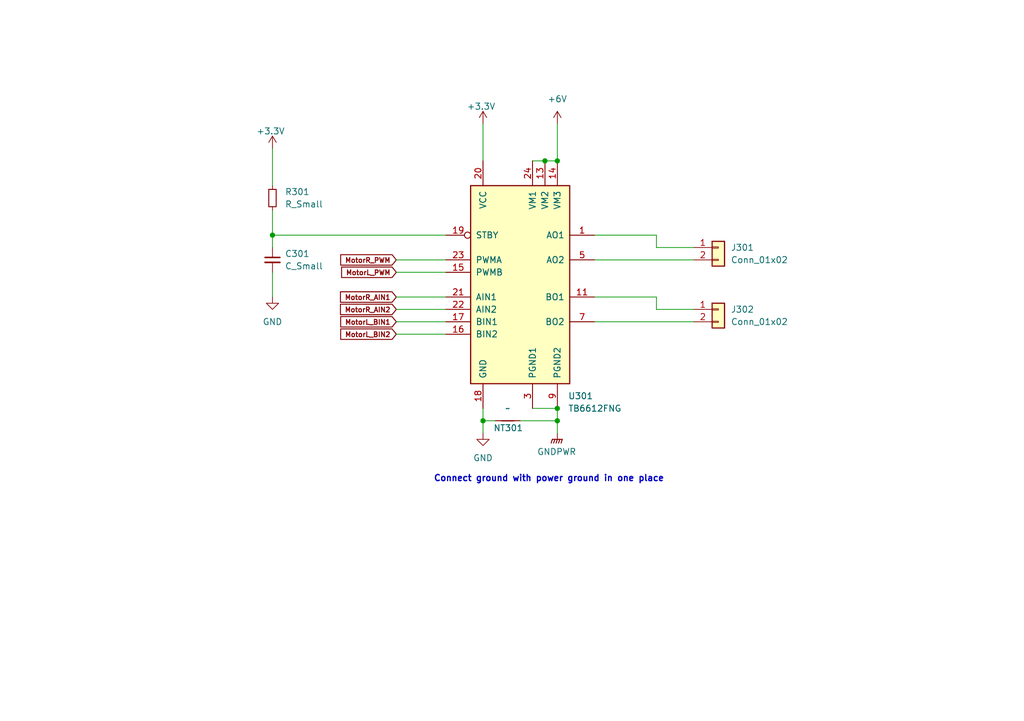
<source format=kicad_sch>
(kicad_sch (version 20230121) (generator eeschema)
  (paper "A5")
  (lib_symbols
    (symbol "Connector_Generic:Conn_01x02" (pin_names (offset 1.016) hide)
      (property "Reference" "J" (at 0 2.54 0))
      (property "Value" "Conn_01x02" (at 0 -5.08 0))
      (symbol "Conn_01x02_1_1"
        (rectangle (start -1.27 -2.413) (end 0 -2.667) (stroke (width 0.1524)))
        (rectangle (start -1.27 0.127) (end 0 -0.127) (stroke (width 0.1524)))
        (rectangle (start -1.27 1.27) (end 1.27 -3.81) (stroke (width 0.254)) (fill (type background)))
        (pin passive line (at -5.08 0 0) (length 3.81) (name "Pin_1") (number "1"))
        (pin passive line (at -5.08 -2.54 0) (length 3.81) (name "Pin_2") (number "2"))
      )
    )
    (symbol "Device:C_Small" (pin_numbers hide) (pin_names (offset 0.254) hide)
      (property "Reference" "C" (at 0.254 1.778 0))
      (property "Value" "C_Small" (at 0.254 -2.032 0))
      (symbol "C_Small_0_1"
        (polyline (pts (xy -1.524 -0.508) (xy 1.524 -0.508)) (stroke (width 0.3302)))
        (polyline (pts (xy -1.524 0.508) (xy 1.524 0.508)) (stroke (width 0.3048)))
      )
      (symbol "C_Small_1_1"
        (pin passive line (at 0 2.54 270) (length 2.032) (name "~") (number "1"))
        (pin passive line (at 0 -2.54 90) (length 2.032) (name "~") (number "2"))
      )
    )
    (symbol "Device:NetTie_2" (pin_numbers hide) (pin_names (offset 0) hide) (in_bom no)
      (property "Reference" "NT" (at 0 1.27 0))
      (property "Value" "NetTie_2" (at 0 -1.27 0))
      (symbol "NetTie_2_0_1"
        (polyline (pts (xy -1.27 0) (xy 1.27 0)) (stroke (width 0.254)))
      )
      (symbol "NetTie_2_1_1"
        (pin passive line (at -2.54 0 0) (length 2.54) (name "1") (number "1"))
        (pin passive line (at 2.54 0 180) (length 2.54) (name "2") (number "2"))
      )
    )
    (symbol "Device:R_Small" (pin_numbers hide) (pin_names (offset 0.254) hide)
      (property "Reference" "R" (at 0.762 0.508 0))
      (property "Value" "R_Small" (at 0.762 -1.016 0))
      (symbol "R_Small_0_1"
        (rectangle (start -0.762 1.778) (end 0.762 -1.778) (stroke (width 0.2032)))
      )
      (symbol "R_Small_1_1"
        (pin passive line (at 0 2.54 270) (length 0.762) (name "~") (number "1"))
        (pin passive line (at 0 -2.54 90) (length 0.762) (name "~") (number "2"))
      )
    )
    (symbol "Driver_Motor:TB6612FNG" (pin_names (offset 1.016))
      (property "Reference" "U" (at 11.43 17.78 0))
      (property "Value" "TB6612FNG" (at 11.43 15.24 0))
      (symbol "TB6612FNG_0_1"
        (rectangle (start -10.16 20.32) (end 10.16 -20.32) (stroke (width 0.254)) (fill (type background)))
      )
      (symbol "TB6612FNG_1_1"
        (pin output line (at 15.24 10.16 180) (length 5.08) (name "AO1") (number "1"))
        (pin passive line (at 7.62 -25.4 90) (length 5.08) hide (name "PGND2") (number "10"))
        (pin output line (at 15.24 -2.54 180) (length 5.08) (name "BO1") (number "11"))
        (pin passive line (at 15.24 -2.54 180) (length 5.08) hide (name "BO1") (number "12"))
        (pin power_in line (at 5.08 25.4 270) (length 5.08) (name "VM2") (number "13"))
        (pin power_in line (at 7.62 25.4 270) (length 5.08) (name "VM3") (number "14"))
        (pin input line (at -15.24 2.54 0) (length 5.08) (name "PWMB") (number "15"))
        (pin input line (at -15.24 -10.16 0) (length 5.08) (name "BIN2") (number "16"))
        (pin input line (at -15.24 -7.62 0) (length 5.08) (name "BIN1") (number "17"))
        (pin power_in line (at -7.62 -25.4 90) (length 5.08) (name "GND") (number "18"))
        (pin input inverted (at -15.24 10.16 0) (length 5.08) (name "STBY") (number "19"))
        (pin passive line (at 15.24 10.16 180) (length 5.08) hide (name "AO1") (number "2"))
        (pin power_in line (at -7.62 25.4 270) (length 5.08) (name "VCC") (number "20"))
        (pin input line (at -15.24 -2.54 0) (length 5.08) (name "AIN1") (number "21"))
        (pin input line (at -15.24 -5.08 0) (length 5.08) (name "AIN2") (number "22"))
        (pin input line (at -15.24 5.08 0) (length 5.08) (name "PWMA") (number "23"))
        (pin power_in line (at 2.54 25.4 270) (length 5.08) (name "VM1") (number "24"))
        (pin power_in line (at 2.54 -25.4 90) (length 5.08) (name "PGND1") (number "3"))
        (pin passive line (at 2.54 -25.4 90) (length 5.08) hide (name "PGND1") (number "4"))
        (pin output line (at 15.24 5.08 180) (length 5.08) (name "AO2") (number "5"))
        (pin passive line (at 15.24 5.08 180) (length 5.08) hide (name "AO2") (number "6"))
        (pin output line (at 15.24 -7.62 180) (length 5.08) (name "BO2") (number "7"))
        (pin passive line (at 15.24 -7.62 180) (length 5.08) hide (name "BO2") (number "8"))
        (pin power_in line (at 7.62 -25.4 90) (length 5.08) (name "PGND2") (number "9"))
      )
    )
    (symbol "power:+3.3V" (power) (pin_names (offset 0))
      (property "Value" "+3.3V" (at 0 3.556 0))
      (symbol "+3.3V_0_1"
        (polyline (pts (xy -0.762 1.27) (xy 0 2.54)))
        (polyline (pts (xy 0 0) (xy 0 2.54)))
        (polyline (pts (xy 0 2.54) (xy 0.762 1.27)))
      )
      (symbol "+3.3V_1_1"
        (pin power_in line (at 0 0 90) (length 0) hide (name "+3.3V") (number "1"))
      )
    )
    (symbol "power:+6V" (power) (pin_names (offset 0))
      (property "Value" "+6V" (at 0 3.556 0))
      (symbol "+6V_0_1"
        (polyline (pts (xy -0.762 1.27) (xy 0 2.54)))
        (polyline (pts (xy 0 0) (xy 0 2.54)))
        (polyline (pts (xy 0 2.54) (xy 0.762 1.27)))
      )
      (symbol "+6V_1_1"
        (pin power_in line (at 0 0 90) (length 0) hide (name "+6V") (number "1"))
      )
    )
    (symbol "power:GND" (power) (pin_names (offset 0))
      (property "Value" "GND" (at 0 -3.81 0))
      (symbol "GND_0_1"
        (polyline (pts (xy 0 0) (xy 0 -1.27) (xy 1.27 -1.27) (xy 0 -2.54) (xy -1.27 -1.27) (xy 0 -1.27)))
      )
      (symbol "GND_1_1"
        (pin power_in line (at 0 0 270) (length 0) hide (name "GND") (number "1"))
      )
    )
    (symbol "power:GNDPWR" (power) (pin_names (offset 0))
      (property "Value" "GNDPWR" (at 0 -3.302 0))
      (symbol "GNDPWR_0_1"
        (polyline (pts (xy 0 -1.27) (xy 0 0)))
        (polyline (pts (xy -1.016 -1.27) (xy -1.27 -2.032) (xy -1.27 -2.032)) (stroke (width 0.2032)))
        (polyline (pts (xy -0.508 -1.27) (xy -0.762 -2.032) (xy -0.762 -2.032)) (stroke (width 0.2032)))
        (polyline (pts (xy 0 -1.27) (xy -0.254 -2.032) (xy -0.254 -2.032)) (stroke (width 0.2032)))
        (polyline (pts (xy 0.508 -1.27) (xy 0.254 -2.032) (xy 0.254 -2.032)) (stroke (width 0.2032)))
        (polyline (pts (xy 1.016 -1.27) (xy -1.016 -1.27) (xy -1.016 -1.27)) (stroke (width 0.2032)))
        (polyline (pts (xy 1.016 -1.27) (xy 0.762 -2.032) (xy 0.762 -2.032) (xy 0.762 -2.032)) (stroke (width 0.2032)))
      )
      (symbol "GNDPWR_1_1"
        (pin power_in line (at 0 0 270) (length 0) hide (name "GNDPWR") (number "1"))
      )
    )
  )
  (junction (at 114.3 86.36))
  (junction (at 55.88 48.26))
  (junction (at 114.3 33.02))
  (junction (at 99.06 86.36))
  (junction (at 111.76 33.02))
  (junction (at 114.3 83.82))
  (wire (pts (xy 109.22 33.02) (xy 111.76 33.02)))
  (wire (pts (xy 55.88 30.48) (xy 55.88 38.1)))
  (wire (pts (xy 55.88 55.88) (xy 55.88 60.96)))
  (wire (pts (xy 81.28 68.58) (xy 91.44 68.58)))
  (wire (pts (xy 81.28 55.88) (xy 91.44 55.88)))
  (wire (pts (xy 55.88 48.26) (xy 91.44 48.26)))
  (wire (pts (xy 114.3 86.36) (xy 114.3 83.82)))
  (wire (pts (xy 55.88 43.18) (xy 55.88 48.26)))
  (wire (pts (xy 121.92 66.04) (xy 142.24 66.04)))
  (wire (pts (xy 106.68 86.36) (xy 114.3 86.36)))
  (wire (pts (xy 81.28 60.96) (xy 91.44 60.96)))
  (wire (pts (xy 81.28 63.5) (xy 91.44 63.5)))
  (wire (pts (xy 134.62 63.5) (xy 134.62 60.96)))
  (wire (pts (xy 142.24 63.5) (xy 134.62 63.5)))
  (wire (pts (xy 114.3 88.9) (xy 114.3 86.36)))
  (wire (pts (xy 55.88 48.26) (xy 55.88 50.8)))
  (wire (pts (xy 121.92 60.96) (xy 134.62 60.96)))
  (wire (pts (xy 134.62 50.8) (xy 134.62 48.26)))
  (wire (pts (xy 121.92 53.34) (xy 142.24 53.34)))
  (wire (pts (xy 121.92 48.26) (xy 134.62 48.26)))
  (wire (pts (xy 99.06 88.9) (xy 99.06 86.36)))
  (wire (pts (xy 111.76 33.02) (xy 114.3 33.02)))
  (wire (pts (xy 81.28 53.34) (xy 91.44 53.34)))
  (wire (pts (xy 81.28 66.04) (xy 91.44 66.04)))
  (wire (pts (xy 109.22 83.82) (xy 114.3 83.82)))
  (wire (pts (xy 99.06 86.36) (xy 99.06 83.82)))
  (wire (pts (xy 99.06 25.4) (xy 99.06 33.02)))
  (wire (pts (xy 114.3 25.4) (xy 114.3 33.02)))
  (wire (pts (xy 99.06 86.36) (xy 101.6 86.36)))
  (wire (pts (xy 142.24 50.8) (xy 134.62 50.8)))
  (text "Connect ground with power ground in one place " (at 88.9 99.06 0) (effects (font (size 1.27 1.27) (thickness 0.254) bold) (justify left bottom)))
  (global_label "MotorR_AIN1" (shape input) (at 81.28 60.96 180) (effects (font (size 1 1) bold)) (property "Intersheetrefs" "${INTERSHEET_REFS}" (effects hide)))
  (global_label "MotorL_BIN1" (shape input) (at 81.28 66.04 180) (effects (font (size 1 1) bold)) (property "Intersheetrefs" "${INTERSHEET_REFS}" (effects hide)))
  (global_label "MotorR_PWM" (shape input) (at 81.28 53.34 180) (effects (font (size 1 1) bold)) (property "Intersheetrefs" "${INTERSHEET_REFS}" (effects hide)))
  (global_label "MotorL_PWM" (shape input) (at 81.28 55.88 180) (effects (font (size 1 1) bold)) (property "Intersheetrefs" "${INTERSHEET_REFS}" (effects hide)))
  (global_label "MotorL_BIN2" (shape input) (at 81.28 68.58 180) (effects (font (size 1 1) bold)) (property "Intersheetrefs" "${INTERSHEET_REFS}" (effects hide)))
  (global_label "MotorR_AIN2" (shape input) (at 81.28 63.5 180) (effects (font (size 1 1) bold)) (property "Intersheetrefs" "${INTERSHEET_REFS}" (effects hide)))
  (symbol (lib_id "Connector_Generic:Conn_01x02") (at 147.32 63.5 0) (unit 1)
    (property "Reference" "J302" (at 149.86 63.5 0) (effects (justify left)))
    (property "Value" "Conn_01x02" (at 149.86 66.04 0) (effects (justify left)))
  )
  (symbol (lib_id "power:GNDPWR") (at 114.3 88.9 0) (unit 1)
    (property "Reference" "#PWR0301" (effects hide))
    (property "Value" "GNDPWR" (at 114.173 92.71 0))
  )
  (symbol (lib_id "power:GND") (at 99.06 88.9 0) (unit 1)
    (property "Reference" "#PWR0302" (effects hide))
    (property "Value" "GND" (at 99.06 93.98 0))
  )
  (symbol (lib_id "Device:NetTie_2") (at 104.14 86.36 0) (unit 1) (in_bom no)
    (property "Reference" "NT301" (at 104.2431 87.8418 0))
    (property "Value" "~" (at 104.14 83.82 0))
  )
  (symbol (lib_id "power:+6V") (at 114.3 25.4 0) (unit 1)
    (property "Reference" "#PWR0305" (effects hide))
    (property "Value" "+6V" (at 114.3 20.32 0))
  )
  (symbol (lib_id "Connector_Generic:Conn_01x02") (at 147.32 50.8 0) (unit 1)
    (property "Reference" "J301" (at 149.86 50.8 0) (effects (justify left)))
    (property "Value" "Conn_01x02" (at 149.86 53.34 0) (effects (justify left)))
  )
  (symbol (lib_id "power:+3.3V") (at 55.88 30.48 0) (unit 1)
    (property "Reference" "#PWR0217" (effects hide))
    (property "Value" "+3.3V" (at 55.499 26.924 0))
    (instances (project "Micromouse" (path "" (reference "#PWR0217") (unit 1)) (path "" (reference "#PWR0306") (unit 1))) (project "STM32F411CEU6_ESP32_IMU" (path "" (reference "#PWR07") (unit 1))))
  )
  (symbol (lib_id "power:GND") (at 55.88 60.96 0) (unit 1)
    (property "Reference" "#PWR0303" (effects hide))
    (property "Value" "GND" (at 55.88 66.04 0))
  )
  (symbol (lib_id "power:+3.3V") (at 99.06 25.4 0) (unit 1)
    (property "Reference" "#PWR0217" (effects hide))
    (property "Value" "+3.3V" (at 98.679 21.844 0))
    (instances (project "Micromouse" (path "" (reference "#PWR0217") (unit 1)) (path "" (reference "#PWR0304") (unit 1))) (project "STM32F411CEU6_ESP32_IMU" (path "" (reference "#PWR07") (unit 1))))
  )
  (symbol (lib_id "Device:R_Small") (at 55.88 40.64 0) (unit 1)
    (property "Reference" "R301" (at 58.42 39.37 0) (effects (justify left)))
    (property "Value" "R_Small" (at 58.42 41.91 0) (effects (justify left)))
  )
  (symbol (lib_id "Driver_Motor:TB6612FNG") (at 106.68 58.42 0) (unit 1)
    (property "Reference" "U301" (at 116.4941 81.28 0) (effects (justify left)))
    (property "Value" "TB6612FNG" (at 116.4941 83.82 0) (effects (justify left)))
    (property "Footprint" "Package_SO:SSOP-24_5.3x8.2mm_P0.65mm" (effects hide))
    (property "Datasheet" "https://toshiba.semicon-storage.com/us/product/linear/motordriver/detail.TB6612FNG.html" (effects hide))
  )
  (symbol (lib_id "Device:C_Small") (at 55.88 53.34 0) (unit 1)
    (property "Reference" "C301" (at 58.42 52.0763 0) (effects (justify left)))
    (property "Value" "C_Small" (at 58.42 54.6163 0) (effects (justify left)))
  )
)
</source>
